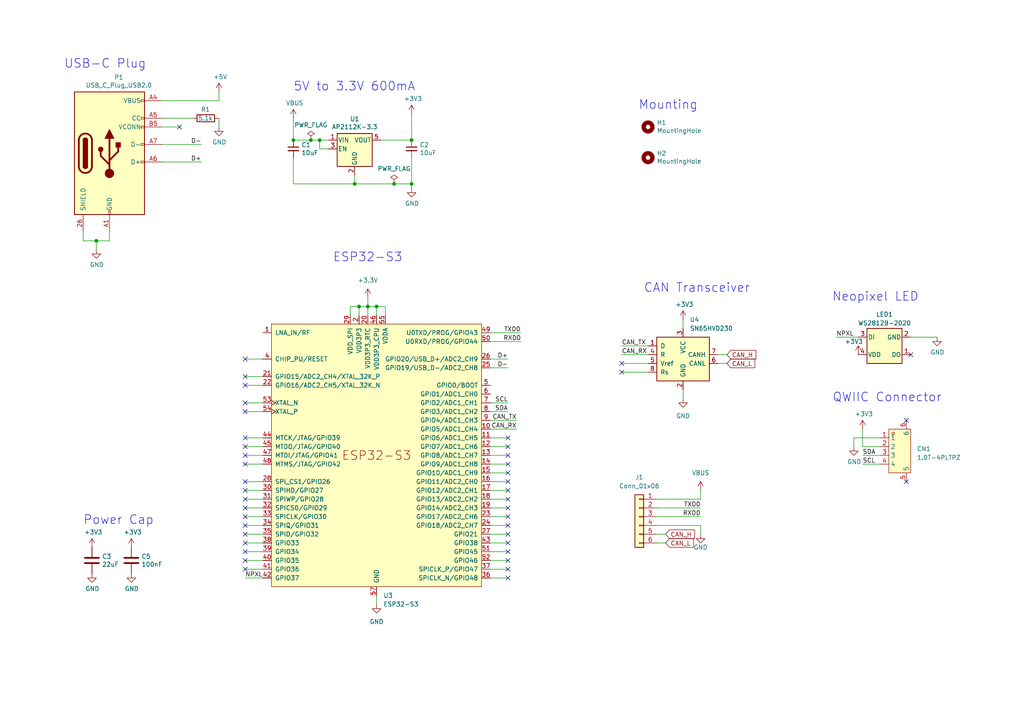
<source format=kicad_sch>
(kicad_sch (version 20230121) (generator eeschema)
  (paper "A4")
  (title_block (title "Expansion Card Template") (date "2020-12-12") (rev "X1") (company "Framework") (comment 1 "This work is licensed under a Creative Commons Attribution 4.0 International License") (comment 4 "https://frame.work"))
  (lib_symbols
    (symbol "Connector_Generic:Conn_01x06" (pin_names (offset 1.016) hide)
      (property "Reference" "J" (at 0 7.62 0))
      (property "Value" "Conn_01x06" (at 0 -10.16 0))
      (symbol "Conn_01x06_1_1"
        (rectangle (start -1.27 -7.493) (end 0 -7.747) (stroke (width 0.1524)))
        (rectangle (start -1.27 -4.953) (end 0 -5.207) (stroke (width 0.1524)))
        (rectangle (start -1.27 -2.413) (end 0 -2.667) (stroke (width 0.1524)))
        (rectangle (start -1.27 0.127) (end 0 -0.127) (stroke (width 0.1524)))
        (rectangle (start -1.27 2.667) (end 0 2.413) (stroke (width 0.1524)))
        (rectangle (start -1.27 5.207) (end 0 4.953) (stroke (width 0.1524)))
        (rectangle (start -1.27 6.35) (end 1.27 -8.89) (stroke (width 0.254)) (fill (type background)))
        (pin passive line (at -5.08 5.08 0) (length 3.81) (name "Pin_1") (number "1"))
        (pin passive line (at -5.08 2.54 0) (length 3.81) (name "Pin_2") (number "2"))
        (pin passive line (at -5.08 0 0) (length 3.81) (name "Pin_3") (number "3"))
        (pin passive line (at -5.08 -2.54 0) (length 3.81) (name "Pin_4") (number "4"))
        (pin passive line (at -5.08 -5.08 0) (length 3.81) (name "Pin_5") (number "5"))
        (pin passive line (at -5.08 -7.62 0) (length 3.81) (name "Pin_6") (number "6"))
      )
    )
    (symbol "Device:C" (pin_numbers hide) (pin_names (offset 0.254))
      (property "Reference" "C" (at 0.635 2.54 0))
      (property "Value" "C" (at 0.635 -2.54 0))
      (symbol "C_0_1"
        (polyline (pts (xy -2.032 -0.762) (xy 2.032 -0.762)) (stroke (width 0.508)))
        (polyline (pts (xy -2.032 0.762) (xy 2.032 0.762)) (stroke (width 0.508)))
      )
      (symbol "C_1_1"
        (pin passive line (at 0 3.81 270) (length 2.794) (name "~") (number "1"))
        (pin passive line (at 0 -3.81 90) (length 2.794) (name "~") (number "2"))
      )
    )
    (symbol "Device:C_Small" (pin_numbers hide) (pin_names (offset 0.254) hide)
      (property "Reference" "C" (at 0.254 1.778 0))
      (property "Value" "C_Small" (at 0.254 -2.032 0))
      (symbol "C_Small_0_1"
        (polyline (pts (xy -1.524 -0.508) (xy 1.524 -0.508)) (stroke (width 0.3302)))
        (polyline (pts (xy -1.524 0.508) (xy 1.524 0.508)) (stroke (width 0.3048)))
      )
      (symbol "C_Small_1_1"
        (pin passive line (at 0 2.54 270) (length 2.032) (name "~") (number "1"))
        (pin passive line (at 0 -2.54 90) (length 2.032) (name "~") (number "2"))
      )
    )
    (symbol "Device:R" (pin_numbers hide) (pin_names (offset 0))
      (property "Reference" "R" (at 2.032 0 90))
      (property "Value" "R" (at 0 0 90))
      (symbol "R_0_1"
        (rectangle (start -1.016 -2.54) (end 1.016 2.54) (stroke (width 0.254)))
      )
      (symbol "R_1_1"
        (pin passive line (at 0 3.81 270) (length 1.27) (name "~") (number "1"))
        (pin passive line (at 0 -3.81 90) (length 1.27) (name "~") (number "2"))
      )
    )
    (symbol "Espressif:ESP32-S3" (pin_names (offset 1.016))
      (property "Reference" "U" (at -30.48 43.18 0))
      (property "Value" "ESP32-S3" (at -30.48 40.64 0))
      (symbol "ESP32-S3_0_0"
        (text "ESP32-S3" (at 0 0 0) (effects (font (size 2.54 2.54))))
        (pin bidirectional line (at 33.02 -35.56 180) (length 2.54) (name "SPICLK_N/GPIO48") (number "36"))
        (pin bidirectional line (at 33.02 -33.02 180) (length 2.54) (name "SPICLK_P/GPIO47") (number "37"))
      )
      (symbol "ESP32-S3_0_1"
        (rectangle (start -30.48 38.1) (end 30.48 -38.1) (fill (type background)))
      )
      (symbol "ESP32-S3_1_1"
        (pin bidirectional line (at -33.02 35.56 0) (length 2.54) (name "LNA_IN/RF") (number "1"))
        (pin bidirectional line (at 33.02 7.62 180) (length 2.54) (name "GPIO5/ADC1_CH4") (number "10"))
        (pin bidirectional line (at 33.02 5.08 180) (length 2.54) (name "GPIO6/ADC1_CH5") (number "11"))
        (pin bidirectional line (at 33.02 2.54 180) (length 2.54) (name "GPIO7/ADC1_CH6") (number "12"))
        (pin bidirectional line (at 33.02 0 180) (length 2.54) (name "GPIO8/ADC1_CH7") (number "13"))
        (pin bidirectional line (at 33.02 -2.54 180) (length 2.54) (name "GPIO9/ADC1_CH8") (number "14"))
        (pin bidirectional line (at 33.02 -5.08 180) (length 2.54) (name "GPIO10/ADC1_CH9") (number "15"))
        (pin bidirectional line (at 33.02 -7.62 180) (length 2.54) (name "GPIO11/ADC2_CH0") (number "16"))
        (pin bidirectional line (at 33.02 -10.16 180) (length 2.54) (name "GPIO12/ADC2_CH1") (number "17"))
        (pin bidirectional line (at 33.02 -12.7 180) (length 2.54) (name "GPIO13/ADC2_CH2") (number "18"))
        (pin bidirectional line (at 33.02 -15.24 180) (length 2.54) (name "GPIO14/ADC2_CH3") (number "19"))
        (pin power_in line (at -5.08 40.64 270) (length 2.54) (name "VDD3P3") (number "2"))
        (pin power_in line (at -2.54 40.64 270) (length 2.54) (name "VDD3P3_RTC") (number "20"))
        (pin bidirectional line (at -33.02 22.86 0) (length 2.54) (name "GPIO15/ADC2_CH4/XTAL_32K_P") (number "21"))
        (pin bidirectional line (at -33.02 20.32 0) (length 2.54) (name "GPIO16/ADC2_CH5/XTAL_32K_N") (number "22"))
        (pin bidirectional line (at 33.02 -17.78 180) (length 2.54) (name "GPIO17/ADC2_CH6") (number "23"))
        (pin bidirectional line (at 33.02 -20.32 180) (length 2.54) (name "GPIO18/ADC2_CH7") (number "24"))
        (pin bidirectional line (at 33.02 25.4 180) (length 2.54) (name "GPIO19/USB_D-/ADC2_CH8") (number "25"))
        (pin bidirectional line (at 33.02 27.94 180) (length 2.54) (name "GPIO20/USB_D+/ADC2_CH9") (number "26"))
        (pin bidirectional line (at 33.02 -22.86 180) (length 2.54) (name "GPIO21") (number "27"))
        (pin bidirectional line (at -33.02 -7.62 0) (length 2.54) (name "SPI_CS1/GPIO26") (number "28"))
        (pin power_out line (at -7.62 40.64 270) (length 2.54) (name "VDD_SPI") (number "29"))
        (pin power_in line (at -5.08 40.64 270) (length 2.54) hide (name "VDD3P3") (number "3"))
        (pin bidirectional line (at -33.02 -10.16 0) (length 2.54) (name "SPIHD/GPIO27") (number "30"))
        (pin bidirectional line (at -33.02 -12.7 0) (length 2.54) (name "SPIWP/GPIO28") (number "31"))
        (pin bidirectional line (at -33.02 -15.24 0) (length 2.54) (name "SPICS0/GPIO29") (number "32"))
        (pin bidirectional line (at -33.02 -17.78 0) (length 2.54) (name "SPICLK/GPIO30") (number "33"))
        (pin bidirectional line (at -33.02 -20.32 0) (length 2.54) (name "SPIQ/GPIO31") (number "34"))
        (pin bidirectional line (at -33.02 -22.86 0) (length 2.54) (name "SPID/GPIO32") (number "35"))
        (pin bidirectional line (at -33.02 -25.4 0) (length 2.54) (name "GPIO33") (number "38"))
        (pin bidirectional line (at -33.02 -27.94 0) (length 2.54) (name "GPIO34") (number "39"))
        (pin input line (at -33.02 27.94 0) (length 2.54) (name "CHIP_PU/RESET") (number "4"))
        (pin bidirectional line (at -33.02 -30.48 0) (length 2.54) (name "GPIO35") (number "40"))
        (pin bidirectional line (at -33.02 -33.02 0) (length 2.54) (name "GPIO36") (number "41"))
        (pin bidirectional line (at -33.02 -35.56 0) (length 2.54) (name "GPIO37") (number "42"))
        (pin bidirectional line (at 33.02 -25.4 180) (length 2.54) (name "GPIO38") (number "43"))
        (pin bidirectional line (at -33.02 5.08 0) (length 2.54) (name "MTCK/JTAG/GPIO39") (number "44"))
        (pin bidirectional line (at -33.02 2.54 0) (length 2.54) (name "MTDO/JTAG/GPIO40") (number "45"))
        (pin power_in line (at 0 40.64 270) (length 2.54) (name "VDD3P3_CPU") (number "46"))
        (pin bidirectional line (at -33.02 0 0) (length 2.54) (name "MTDI/JTAG/GPIO41") (number "47"))
        (pin bidirectional line (at -33.02 -2.54 0) (length 2.54) (name "MTMS/JTAG/GPIO42") (number "48"))
        (pin bidirectional line (at 33.02 35.56 180) (length 2.54) (name "U0TXD/PROG/GPIO43") (number "49"))
        (pin bidirectional line (at 33.02 20.32 180) (length 2.54) (name "GPIO0/BOOT") (number "5"))
        (pin bidirectional line (at 33.02 33.02 180) (length 2.54) (name "U0RXD/PROG/GPIO44") (number "50"))
        (pin bidirectional line (at 33.02 -27.94 180) (length 2.54) (name "GPIO45") (number "51"))
        (pin bidirectional line (at 33.02 -30.48 180) (length 2.54) (name "GPIO46") (number "52"))
        (pin input clock (at -33.02 15.24 0) (length 2.54) (name "XTAL_N") (number "53"))
        (pin output clock (at -33.02 12.7 0) (length 2.54) (name "XTAL_P") (number "54"))
        (pin power_in line (at 2.54 40.64 270) (length 2.54) (name "VDDA") (number "55"))
        (pin passive line (at 2.54 40.64 270) (length 2.54) hide (name "VDDA") (number "56"))
        (pin power_in line (at 0 -40.64 90) (length 2.54) (name "GND") (number "57"))
        (pin bidirectional line (at 33.02 17.78 180) (length 2.54) (name "GPIO1/ADC1_CH0") (number "6"))
        (pin bidirectional line (at 33.02 15.24 180) (length 2.54) (name "GPIO2/ADC1_CH1") (number "7"))
        (pin bidirectional line (at 33.02 12.7 180) (length 2.54) (name "GPIO3/ADC1_CH2") (number "8"))
        (pin bidirectional line (at 33.02 10.16 180) (length 2.54) (name "GPIO4/ADC1_CH3") (number "9"))
      )
    )
    (symbol "Expansion_Card-rescue:+3.3V-power" (power) (pin_names (offset 0))
      (property "Value" "+3.3V-power" (at 0 3.556 0))
      (symbol "+3.3V-power_0_1"
        (polyline (pts (xy -0.762 1.27) (xy 0 2.54)))
        (polyline (pts (xy 0 0) (xy 0 2.54)))
        (polyline (pts (xy 0 2.54) (xy 0.762 1.27)))
      )
      (symbol "+3.3V-power_1_1"
        (pin power_in line (at 0 0 90) (length 0) hide (name "+3V3") (number "1"))
      )
    )
    (symbol "GND_1" (power) (pin_names (offset 0))
      (property "Value" "GND_1" (at 0 -3.81 0))
      (symbol "GND_1_0_1"
        (polyline (pts (xy 0 0) (xy 0 -1.27) (xy 1.27 -1.27) (xy 0 -2.54) (xy -1.27 -1.27) (xy 0 -1.27)))
      )
      (symbol "GND_1_1_1"
        (pin power_in line (at 0 0 270) (length 0) hide (name "GND") (number "1"))
      )
    )
    (symbol "GND_2" (power) (pin_names (offset 0))
      (property "Value" "GND_2" (at 0 -3.81 0))
      (symbol "GND_2_0_1"
        (polyline (pts (xy 0 0) (xy 0 -1.27) (xy 1.27 -1.27) (xy 0 -2.54) (xy -1.27 -1.27) (xy 0 -1.27)))
      )
      (symbol "GND_2_1_1"
        (pin power_in line (at 0 0 270) (length 0) hide (name "GND") (number "1"))
      )
    )
    (symbol "Interface_CAN_LIN:SN65HVD230" (pin_names (offset 1.016))
      (property "Reference" "U" (at -2.54 10.16 0))
      (property "Value" "SN65HVD230" (at -2.54 7.62 0))
      (symbol "SN65HVD230_0_1"
        (rectangle (start -7.62 5.08) (end 7.62 -7.62) (stroke (width 0.254)) (fill (type background)))
      )
      (symbol "SN65HVD230_1_1"
        (pin input line (at -10.16 2.54 0) (length 2.54) (name "D") (number "1"))
        (pin power_in line (at 0 -10.16 90) (length 2.54) (name "GND") (number "2"))
        (pin power_in line (at 0 7.62 270) (length 2.54) (name "VCC") (number "3"))
        (pin output line (at -10.16 0 0) (length 2.54) (name "R") (number "4"))
        (pin output line (at -10.16 -2.54 0) (length 2.54) (name "Vref") (number "5"))
        (pin bidirectional line (at 10.16 -2.54 180) (length 2.54) (name "CANL") (number "6"))
        (pin bidirectional line (at 10.16 0 180) (length 2.54) (name "CANH") (number "7"))
        (pin input line (at -10.16 -5.08 0) (length 2.54) (name "Rs") (number "8"))
      )
    )
    (symbol "Mechanical:MountingHole" (pin_names (offset 1.016))
      (property "Reference" "H" (at 0 5.08 0))
      (property "Value" "MountingHole" (at 0 3.175 0))
      (symbol "MountingHole_0_1"
        (circle (center 0 0) (radius 1.27) (stroke (width 1.27)))
      )
    )
    (symbol "Regulator_Linear:AP2112K-3.3" (pin_names (offset 0.254))
      (property "Reference" "U" (at -5.08 5.715 0))
      (property "Value" "AP2112K-3.3" (at 0 5.715 0))
      (symbol "AP2112K-3.3_0_1"
        (rectangle (start -5.08 4.445) (end 5.08 -5.08) (stroke (width 0.254)) (fill (type background)))
      )
      (symbol "AP2112K-3.3_1_1"
        (pin power_in line (at -7.62 2.54 0) (length 2.54) (name "VIN") (number "1"))
        (pin power_in line (at 0 -7.62 90) (length 2.54) (name "GND") (number "2"))
        (pin input line (at -7.62 0 0) (length 2.54) (name "EN") (number "3"))
        (pin no_connect line (at 5.08 0 180) (length 2.54) hide (name "NC") (number "4"))
        (pin power_out line (at 7.62 2.54 180) (length 2.54) (name "VOUT") (number "5"))
      )
    )
    (symbol "VBUS_1" (power) (pin_names (offset 0))
      (property "Value" "VBUS_1" (at 0 3.81 0))
      (symbol "VBUS_1_0_1"
        (polyline (pts (xy -0.762 1.27) (xy 0 2.54)))
        (polyline (pts (xy 0 0) (xy 0 2.54)))
        (polyline (pts (xy 0 2.54) (xy 0.762 1.27)))
      )
      (symbol "VBUS_1_1_1"
        (pin power_in line (at 0 0 90) (length 0) hide (name "VBUS") (number "1"))
      )
    )
    (symbol "_mykicadlib:QWIIC_1.0T-4PLTPZ"
      (property "Reference" "CN" (at 0 13.97 0))
      (property "Value" "1.0T-4PLTPZ" (at 0 -13.97 0))
      (symbol "QWIIC_1.0T-4PLTPZ_0_1"
        (rectangle (start -1.27 6.35) (end 5.08 -6.35) (fill (type background)))
        (circle (center 0 5.08) (radius 0.38))
        (pin unspecified line (at -3.81 3.81 0) (length 2.54) (name "1") (number "1"))
        (pin unspecified line (at -3.81 1.27 0) (length 2.54) (name "2") (number "2"))
        (pin unspecified line (at -3.81 -1.27 0) (length 2.54) (name "3") (number "3"))
        (pin unspecified line (at -3.81 -3.81 0) (length 2.54) (name "4") (number "4"))
        (pin unspecified line (at 3.81 -8.89 90) (length 2.54) (name "5") (number "5"))
        (pin unspecified line (at 3.81 8.89 270) (length 2.54) (name "6") (number "6"))
      )
    )
    (symbol "_mykicadlib:USB_C_Plug_USB2.0" (pin_names (offset 1.016))
      (property "Reference" "USB1" (at 3.2894 21.59 0))
      (property "Value" "TYPEC-951-ARP24" (at 3.2894 19.05 0))
      (symbol "USB_C_Plug_USB2.0_0_0"
        (rectangle (start -0.254 -17.78) (end 0.254 -16.764))
        (rectangle (start 10.16 -2.286) (end 9.144 -2.794))
        (rectangle (start 10.16 2.794) (end 9.144 2.286))
        (rectangle (start 10.16 7.874) (end 9.144 7.366))
        (rectangle (start 10.16 10.414) (end 9.144 9.906))
        (rectangle (start 10.16 15.494) (end 9.144 14.986))
      )
      (symbol "USB_C_Plug_USB2.0_0_1"
        (rectangle (start -10.16 17.78) (end 10.16 -17.78) (stroke (width 0.254)) (fill (type background)))
        (arc (start -8.89 -3.81) (mid -6.985 -5.7067) (end -5.08 -3.81) (stroke (width 0.508)))
        (arc (start -7.62 -3.81) (mid -6.985 -4.4423) (end -6.35 -3.81) (stroke (width 0.254)))
        (arc (start -7.62 -3.81) (mid -6.985 -4.4423) (end -6.35 -3.81) (stroke (width 0.254)) (fill (type outline)))
        (rectangle (start -7.62 -3.81) (end -6.35 3.81) (stroke (width 0.254)) (fill (type outline)))
        (arc (start -6.35 3.81) (mid -6.985 4.4423) (end -7.62 3.81) (stroke (width 0.254)))
        (arc (start -6.35 3.81) (mid -6.985 4.4423) (end -7.62 3.81) (stroke (width 0.254)) (fill (type outline)))
        (arc (start -5.08 3.81) (mid -6.985 5.7067) (end -8.89 3.81) (stroke (width 0.508)))
        (circle (center -2.54 1.143) (radius 0.635) (stroke (width 0.254)) (fill (type outline)))
        (circle (center 0 -5.842) (radius 1.27) (fill (type outline)))
        (polyline (pts (xy -8.89 -3.81) (xy -8.89 3.81)) (stroke (width 0.508)))
        (polyline (pts (xy -5.08 3.81) (xy -5.08 -3.81)) (stroke (width 0.508)))
        (polyline (pts (xy 0 -5.842) (xy 0 4.318)) (stroke (width 0.508)))
        (polyline (pts (xy 0 -3.302) (xy -2.54 -0.762) (xy -2.54 0.508)) (stroke (width 0.508)))
        (polyline (pts (xy 0 -2.032) (xy 2.54 0.508) (xy 2.54 1.778)) (stroke (width 0.508)))
        (polyline (pts (xy -1.27 4.318) (xy 0 6.858) (xy 1.27 4.318) (xy -1.27 4.318)) (stroke (width 0.254)) (fill (type outline)))
        (rectangle (start 1.905 1.778) (end 3.175 3.048) (stroke (width 0.254)) (fill (type outline)))
      )
      (symbol "USB_C_Plug_USB2.0_1_1"
        (pin passive line (at -7.62 -22.86 90) (length 5.08) hide (name "SHIELD") (number "25"))
        (pin passive line (at -7.62 -22.86 90) (length 5.08) (name "SHIELD") (number "26"))
        (pin passive line (at 0 -22.86 90) (length 5.08) (name "GND") (number "A1"))
        (pin passive line (at 0 -22.86 90) (length 5.08) hide (name "GND") (number "A12"))
        (pin passive line (at 15.24 15.24 180) (length 5.08) (name "VBUS") (number "A4"))
        (pin bidirectional line (at 15.24 10.16 180) (length 5.08) (name "CC") (number "A5"))
        (pin bidirectional line (at 15.24 -2.54 180) (length 5.08) (name "D+") (number "A6"))
        (pin bidirectional line (at 15.24 2.54 180) (length 5.08) (name "D-") (number "A7"))
        (pin passive line (at 15.24 15.24 180) (length 5.08) hide (name "VBUS") (number "A9"))
        (pin passive line (at 0 -22.86 90) (length 5.08) hide (name "GND") (number "B1"))
        (pin passive line (at 0 -22.86 90) (length 5.08) hide (name "GND") (number "B12"))
        (pin passive line (at 15.24 15.24 180) (length 5.08) hide (name "VBUS") (number "B4"))
        (pin bidirectional line (at 15.24 7.62 180) (length 5.08) (name "VCONN") (number "B5"))
        (pin passive line (at 15.24 15.24 180) (length 5.08) hide (name "VBUS") (number "B9"))
      )
    )
    (symbol "_mykicadlib:WS2812B-2020" (pin_names (offset 0.254))
      (property "Reference" "LED1" (at 0 8.89 0))
      (property "Value" "WS2812B-2020" (at 0 6.35 0))
      (symbol "WS2812B-2020_0_1"
        (rectangle (start 5.08 5.08) (end -5.08 -5.08) (stroke (width 0.254)) (fill (type background)))
      )
      (symbol "WS2812B-2020_1_1"
        (pin output line (at 7.62 -2.54 180) (length 2.54) (name "DO") (number "1"))
        (pin power_in line (at 7.62 2.54 180) (length 2.54) (name "GND") (number "2"))
        (pin input line (at -7.62 2.54 0) (length 2.54) (name "DI") (number "3"))
        (pin power_in line (at -7.62 -2.54 0) (length 2.54) (name "VDD") (number "4"))
      )
    )
    (symbol "power:+3.3V" (power) (pin_names (offset 0))
      (property "Value" "+3.3V" (at 0 3.556 0))
      (symbol "+3.3V_0_1"
        (polyline (pts (xy -0.762 1.27) (xy 0 2.54)))
        (polyline (pts (xy 0 0) (xy 0 2.54)))
        (polyline (pts (xy 0 2.54) (xy 0.762 1.27)))
      )
      (symbol "+3.3V_1_1"
        (pin power_in line (at 0 0 90) (length 0) hide (name "+3.3V") (number "1"))
      )
    )
    (symbol "power:+3V3" (power) (pin_names (offset 0))
      (property "Value" "+3V3" (at 0 3.556 0))
      (symbol "+3V3_0_1"
        (polyline (pts (xy -0.762 1.27) (xy 0 2.54)))
        (polyline (pts (xy 0 0) (xy 0 2.54)))
        (polyline (pts (xy 0 2.54) (xy 0.762 1.27)))
      )
      (symbol "+3V3_1_1"
        (pin power_in line (at 0 0 90) (length 0) hide (name "+3V3") (number "1"))
      )
    )
    (symbol "power:+5V" (power) (pin_names (offset 0))
      (property "Value" "+5V" (at 0 3.556 0))
      (symbol "+5V_0_1"
        (polyline (pts (xy -0.762 1.27) (xy 0 2.54)))
        (polyline (pts (xy 0 0) (xy 0 2.54)))
        (polyline (pts (xy 0 2.54) (xy 0.762 1.27)))
      )
      (symbol "+5V_1_1"
        (pin power_in line (at 0 0 90) (length 0) hide (name "+5V") (number "1"))
      )
    )
    (symbol "power:GND" (power) (pin_names (offset 0))
      (property "Value" "GND" (at 0 -3.81 0))
      (symbol "GND_0_1"
        (polyline (pts (xy 0 0) (xy 0 -1.27) (xy 1.27 -1.27) (xy 0 -2.54) (xy -1.27 -1.27) (xy 0 -1.27)))
      )
      (symbol "GND_1_1"
        (pin power_in line (at 0 0 270) (length 0) hide (name "GND") (number "1"))
      )
    )
    (symbol "power:PWR_FLAG" (power) (pin_numbers hide) (pin_names (offset 0) hide)
      (property "Value" "PWR_FLAG" (at 0 3.81 0))
      (symbol "PWR_FLAG_0_0"
        (pin power_out line (at 0 0 90) (length 0) (name "pwr") (number "1"))
      )
      (symbol "PWR_FLAG_0_1"
        (polyline (pts (xy 0 0) (xy 0 1.27) (xy -1.016 1.905) (xy 0 2.54) (xy 1.016 1.905) (xy 0 1.27)))
      )
    )
    (symbol "power:VBUS" (power) (pin_names (offset 0))
      (property "Value" "VBUS" (at 0 3.81 0))
      (symbol "VBUS_0_1"
        (polyline (pts (xy -0.762 1.27) (xy 0 2.54)))
        (polyline (pts (xy 0 0) (xy 0 2.54)))
        (polyline (pts (xy 0 2.54) (xy 0.762 1.27)))
      )
      (symbol "VBUS_1_1"
        (pin power_in line (at 0 0 90) (length 0) hide (name "VBUS") (number "1"))
      )
    )
  )
  (junction (at 119.38 40.64))
  (junction (at 109.22 88.9))
  (junction (at 90.17 40.64))
  (junction (at 102.87 53.34))
  (junction (at 119.38 53.34))
  (junction (at 92.71 40.64))
  (junction (at 104.14 88.9))
  (junction (at 114.3 53.34))
  (junction (at 27.94 69.85))
  (junction (at 85.09 40.64))
  (junction (at 106.68 88.9))
  (no_connect (at 262.89 121.92))
  (no_connect (at 147.32 129.54))
  (no_connect (at 71.12 134.62))
  (no_connect (at 147.32 144.78))
  (no_connect (at 147.32 132.08))
  (no_connect (at 147.32 162.56))
  (no_connect (at 71.12 119.38))
  (no_connect (at 71.12 157.48))
  (no_connect (at 147.32 142.24))
  (no_connect (at 147.32 149.86))
  (no_connect (at 71.12 127))
  (no_connect (at 180.34 107.95))
  (no_connect (at 71.12 154.94))
  (no_connect (at 71.12 132.08))
  (no_connect (at 71.12 116.84))
  (no_connect (at 71.12 147.32))
  (no_connect (at 71.12 142.24))
  (no_connect (at 147.32 157.48))
  (no_connect (at 71.12 162.56))
  (no_connect (at 71.12 144.78))
  (no_connect (at 147.32 152.4))
  (no_connect (at 147.32 154.94))
  (no_connect (at 147.32 134.62))
  (no_connect (at 147.32 147.32))
  (no_connect (at 262.89 139.7))
  (no_connect (at 71.12 139.7))
  (no_connect (at 147.32 160.02))
  (no_connect (at 147.32 167.64))
  (no_connect (at 147.32 139.7))
  (no_connect (at 71.12 149.86))
  (no_connect (at 71.12 109.22))
  (no_connect (at 180.34 105.41))
  (no_connect (at 147.32 137.16))
  (no_connect (at 71.12 129.54))
  (no_connect (at 71.12 104.14))
  (no_connect (at 264.16 102.87))
  (no_connect (at 71.12 111.76))
  (no_connect (at 71.12 160.02))
  (no_connect (at 52.07 36.83))
  (no_connect (at 147.32 127))
  (no_connect (at 147.32 165.1))
  (no_connect (at 71.12 152.4))
  (no_connect (at 71.12 165.1))
  (wire (pts (xy 250.19 129.54) (xy 255.27 129.54)))
  (wire (pts (xy 102.87 53.34) (xy 114.3 53.34)))
  (wire (pts (xy 46.99 41.91) (xy 58.42 41.91)))
  (wire (pts (xy 208.28 102.87) (xy 210.82 102.87)))
  (wire (pts (xy 71.12 116.84) (xy 76.2 116.84)))
  (wire (pts (xy 147.32 162.56) (xy 142.24 162.56)))
  (wire (pts (xy 147.32 116.84) (xy 142.24 116.84)))
  (wire (pts (xy 90.17 40.64) (xy 92.71 40.64)))
  (wire (pts (xy 85.09 40.64) (xy 90.17 40.64)))
  (wire (pts (xy 203.2 149.86) (xy 190.5 149.86)))
  (wire (pts (xy 114.3 53.34) (xy 119.38 53.34)))
  (wire (pts (xy 71.12 149.86) (xy 76.2 149.86)))
  (wire (pts (xy 142.24 106.68) (xy 147.32 106.68)))
  (wire (pts (xy 24.13 69.85) (xy 24.13 67.31)))
  (wire (pts (xy 106.68 86.36) (xy 106.68 88.9)))
  (wire (pts (xy 71.12 162.56) (xy 76.2 162.56)))
  (wire (pts (xy 119.38 53.34) (xy 119.38 54.61)))
  (wire (pts (xy 147.32 149.86) (xy 142.24 149.86)))
  (wire (pts (xy 109.22 88.9) (xy 109.22 91.44)))
  (wire (pts (xy 193.04 157.48) (xy 190.5 157.48)))
  (wire (pts (xy 46.99 34.29) (xy 55.88 34.29)))
  (wire (pts (xy 71.12 167.64) (xy 76.2 167.64)))
  (wire (pts (xy 147.32 147.32) (xy 142.24 147.32)))
  (wire (pts (xy 104.14 88.9) (xy 104.14 91.44)))
  (wire (pts (xy 147.32 160.02) (xy 142.24 160.02)))
  (wire (pts (xy 24.13 69.85) (xy 27.94 69.85)))
  (wire (pts (xy 147.32 144.78) (xy 142.24 144.78)))
  (wire (pts (xy 27.94 69.85) (xy 27.94 72.39)))
  (wire (pts (xy 31.75 69.85) (xy 31.75 67.31)))
  (wire (pts (xy 71.12 134.62) (xy 76.2 134.62)))
  (wire (pts (xy 147.32 152.4) (xy 142.24 152.4)))
  (wire (pts (xy 104.14 88.9) (xy 106.68 88.9)))
  (wire (pts (xy 147.32 129.54) (xy 142.24 129.54)))
  (wire (pts (xy 71.12 109.22) (xy 76.2 109.22)))
  (wire (pts (xy 111.76 88.9) (xy 111.76 91.44)))
  (wire (pts (xy 101.6 88.9) (xy 101.6 91.44)))
  (wire (pts (xy 198.12 92.71) (xy 198.12 95.25)))
  (wire (pts (xy 71.12 142.24) (xy 76.2 142.24)))
  (wire (pts (xy 147.32 127) (xy 142.24 127)))
  (wire (pts (xy 242.57 97.79) (xy 248.92 97.79)))
  (wire (pts (xy 92.71 43.18) (xy 92.71 40.64)))
  (wire (pts (xy 71.12 165.1) (xy 76.2 165.1)))
  (wire (pts (xy 247.65 127) (xy 247.65 129.54)))
  (wire (pts (xy 85.09 45.72) (xy 85.09 53.34)))
  (wire (pts (xy 85.09 53.34) (xy 102.87 53.34)))
  (wire (pts (xy 71.12 154.94) (xy 76.2 154.94)))
  (wire (pts (xy 149.86 124.46) (xy 142.24 124.46)))
  (wire (pts (xy 147.32 165.1) (xy 142.24 165.1)))
  (wire (pts (xy 203.2 144.78) (xy 190.5 144.78)))
  (wire (pts (xy 247.65 127) (xy 255.27 127)))
  (wire (pts (xy 71.12 147.32) (xy 76.2 147.32)))
  (wire (pts (xy 142.24 99.06) (xy 151.13 99.06)))
  (wire (pts (xy 147.32 137.16) (xy 142.24 137.16)))
  (wire (pts (xy 250.19 124.46) (xy 250.19 129.54)))
  (wire (pts (xy 71.12 144.78) (xy 76.2 144.78)))
  (wire (pts (xy 147.32 167.64) (xy 142.24 167.64)))
  (wire (pts (xy 46.99 46.99) (xy 58.42 46.99)))
  (wire (pts (xy 95.25 43.18) (xy 92.71 43.18)))
  (wire (pts (xy 180.34 102.87) (xy 187.96 102.87)))
  (wire (pts (xy 119.38 45.72) (xy 119.38 53.34)))
  (wire (pts (xy 142.24 96.52) (xy 151.003 96.52)))
  (wire (pts (xy 109.22 88.9) (xy 111.76 88.9)))
  (wire (pts (xy 208.28 105.41) (xy 210.82 105.41)))
  (wire (pts (xy 71.12 152.4) (xy 76.2 152.4)))
  (wire (pts (xy 109.22 172.72) (xy 109.22 175.26)))
  (wire (pts (xy 203.2 142.24) (xy 203.2 144.78)))
  (wire (pts (xy 264.16 97.79) (xy 271.78 97.79)))
  (wire (pts (xy 71.12 119.38) (xy 76.2 119.38)))
  (wire (pts (xy 85.09 34.29) (xy 85.09 40.64)))
  (wire (pts (xy 147.32 139.7) (xy 142.24 139.7)))
  (wire (pts (xy 71.12 104.14) (xy 76.2 104.14)))
  (wire (pts (xy 71.12 139.7) (xy 76.2 139.7)))
  (wire (pts (xy 104.14 88.9) (xy 101.6 88.9)))
  (wire (pts (xy 71.12 129.54) (xy 76.2 129.54)))
  (wire (pts (xy 71.12 132.08) (xy 76.2 132.08)))
  (wire (pts (xy 190.5 152.4) (xy 203.2 152.4)))
  (wire (pts (xy 250.19 134.62) (xy 255.27 134.62)))
  (wire (pts (xy 190.5 154.94) (xy 193.04 154.94)))
  (wire (pts (xy 147.32 134.62) (xy 142.24 134.62)))
  (wire (pts (xy 180.34 107.95) (xy 187.96 107.95)))
  (wire (pts (xy 106.68 88.9) (xy 106.68 91.44)))
  (wire (pts (xy 119.38 33.02) (xy 119.38 40.64)))
  (wire (pts (xy 52.07 36.83) (xy 46.99 36.83)))
  (wire (pts (xy 63.5 26.67) (xy 63.5 29.21)))
  (wire (pts (xy 106.68 88.9) (xy 109.22 88.9)))
  (wire (pts (xy 147.32 119.38) (xy 142.24 119.38)))
  (wire (pts (xy 92.71 40.64) (xy 95.25 40.64)))
  (wire (pts (xy 147.32 132.08) (xy 142.24 132.08)))
  (wire (pts (xy 147.32 142.24) (xy 142.24 142.24)))
  (wire (pts (xy 203.2 147.32) (xy 190.5 147.32)))
  (wire (pts (xy 149.86 121.92) (xy 142.24 121.92)))
  (wire (pts (xy 180.34 105.41) (xy 187.96 105.41)))
  (wire (pts (xy 110.49 40.64) (xy 119.38 40.64)))
  (wire (pts (xy 142.24 104.14) (xy 147.32 104.14)))
  (wire (pts (xy 71.12 127) (xy 76.2 127)))
  (wire (pts (xy 71.12 160.02) (xy 76.2 160.02)))
  (wire (pts (xy 102.87 50.8) (xy 102.87 53.34)))
  (wire (pts (xy 147.32 154.94) (xy 142.24 154.94)))
  (wire (pts (xy 71.12 157.48) (xy 76.2 157.48)))
  (wire (pts (xy 203.2 152.4) (xy 203.2 154.94)))
  (wire (pts (xy 27.94 69.85) (xy 31.75 69.85)))
  (wire (pts (xy 71.12 111.76) (xy 76.2 111.76)))
  (wire (pts (xy 46.99 29.21) (xy 63.5 29.21)))
  (wire (pts (xy 198.12 113.03) (xy 198.12 115.57)))
  (wire (pts (xy 250.19 132.08) (xy 255.27 132.08)))
  (wire (pts (xy 147.32 157.48) (xy 142.24 157.48)))
  (wire (pts (xy 180.34 100.33) (xy 187.96 100.33)))
  (wire (pts (xy 63.5 34.29) (xy 63.5 36.83)))
  (text "5V to 3.3V 600mA" (at 85.09 26.67 0) (effects (font (size 2.54 2.54)) (justify left bottom)))
  (text "Mounting" (at 185.166 32.004 0) (effects (font (size 2.54 2.54)) (justify left bottom)))
  (text "Neopixel LED" (at 241.3 87.63 0) (effects (font (size 2.54 2.54)) (justify left bottom)))
  (text "USB-C Plug" (at 18.542 20.066 0) (effects (font (size 2.54 2.54)) (justify left bottom)))
  (text "QWIIC Connector" (at 241.427 116.84 0) (effects (font (size 2.54 2.54)) (justify left bottom)))
  (text "ESP32-S3" (at 96.52 76.2 0) (effects (font (size 2.54 2.54)) (justify left bottom)))
  (text "Power Cap" (at 24.13 152.4 0) (effects (font (size 2.54 2.54)) (justify left bottom)))
  (text "CAN Transceiver" (at 186.69 85.09 0) (effects (font (size 2.54 2.54)) (justify left bottom)))
  (label "SDA" (at 250.19 132.08 0))
  (label "SCL" (at 250.19 134.62 0))
  (label "CAN_RX" (at 180.34 102.87 0))
  (label "TXD0" (at 151.003 96.52 180))
  (label "NPXL" (at 242.57 97.79 0))
  (label "NPXL" (at 71.12 167.64 0))
  (label "CAN_RX" (at 149.86 124.46 180))
  (label "RXD0" (at 203.2 149.86 180))
  (label "D+" (at 147.32 104.14 180))
  (label "SCL" (at 147.32 116.84 180))
  (label "D-" (at 58.42 41.91 180))
  (label "TXD0" (at 203.2 147.32 180))
  (label "RXD0" (at 151.13 99.06 180))
  (label "D+" (at 58.42 46.99 180))
  (label "SDA" (at 147.32 119.38 180))
  (label "CAN_TX" (at 149.86 121.92 180))
  (label "D-" (at 147.32 106.68 180))
  (label "CAN_TX" (at 180.34 100.33 0))
  (global_label "CAN_L" (shape input) (at 193.04 157.48 0) (property "Intersheetrefs" "${INTERSHEET_REFS}" (effects hide)))
  (global_label "CAN_H" (shape input) (at 210.82 102.87 0) (property "Intersheetrefs" "${INTERSHEET_REFS}" (effects hide)))
  (global_label "CAN_L" (shape input) (at 210.82 105.41 0) (property "Intersheetrefs" "${INTERSHEET_REFS}" (effects hide)))
  (global_label "CAN_H" (shape input) (at 193.04 154.94 0) (property "Intersheetrefs" "${INTERSHEET_REFS}" (effects hide)))
  (symbol (lib_id "_mykicadlib:USB_C_Plug_USB2.0") (at 31.75 44.45 0) (unit 1)
    (property "Reference" "P1" (at 34.4678 22.4282 0))
    (property "Value" "USB_C_Plug_USB2.0" (at 34.4678 24.7396 0))
    (property "Footprint" "_mykicadlib:USB-C-SMD_TYPEC-951-ARP24" (effects hide))
    (property "Datasheet" "https://datasheet.lcsc.com/lcsc/2108150030_XUNPU-TYPEC-951-ARP24_C2856663.pdf" (effects hide))
    (property "MPN" "C2856663" (effects hide))
    (property "alternative" "C530607" (effects hide))
  )
  (symbol (lib_id "Device:R") (at 59.69 34.29 90) (unit 1)
    (property "Reference" "R1" (at 60.96 31.75 90) (effects (justify left)))
    (property "Value" "5.1k" (at 61.722 34.29 90) (effects (justify left)))
    (property "Footprint" "Resistor_SMD:R_0402_1005Metric" (effects hide))
  )
  (symbol (lib_id "power:GND") (at 27.94 72.39 0) (unit 1)
    (property "Reference" "#PWR01" (effects hide))
    (property "Value" "GND" (at 28.067 76.7842 0))
  )
  (symbol (lib_id "power:GND") (at 63.5 36.83 0) (unit 1)
    (property "Reference" "#PWR03" (effects hide))
    (property "Value" "GND" (at 63.627 41.2242 0))
  )
  (symbol (lib_id "Mechanical:MountingHole") (at 187.96 36.83 0) (unit 1)
    (property "Reference" "H1" (at 190.5 35.5854 0) (effects (justify left)))
    (property "Value" "MountingHole" (at 190.5 37.8968 0) (effects (justify left)))
    (property "Footprint" "MountingHole:MountingHole_2.2mm_M2" (effects hide))
  )
  (symbol (lib_id "Mechanical:MountingHole") (at 187.96 45.72 0) (unit 1)
    (property "Reference" "H2" (at 190.5 44.4754 0) (effects (justify left)))
    (property "Value" "MountingHole" (at 190.5 46.7868 0) (effects (justify left)))
    (property "Footprint" "MountingHole:MountingHole_2.2mm_M2" (effects hide))
  )
  (symbol (lib_id "_mykicadlib:QWIIC_1.0T-4PLTPZ") (at 259.08 130.81 0) (unit 1)
    (property "Reference" "CN1" (at 265.938 130.175 0) (effects (justify left)))
    (property "Value" "1.0T-4PLTPZ" (at 265.938 132.715 0) (effects (justify left)))
    (property "Footprint" "_mykicadlib:FPC-SMD_4P-P1.00_1.0T-4PLTPZ" (effects hide))
    (property "MPN" "C2974722" (effects hide))
  )
  (symbol (lib_id "Expansion_Card-rescue:+3.3V-power") (at 198.12 92.71 0) (unit 1)
    (property "Reference" "#PWR027" (effects hide))
    (property "Value" "+3.3V" (at 198.501 88.3158 0))
  )
  (symbol (lib_id "Espressif:ESP32-S3") (at 109.22 132.08 0) (unit 1)
    (property "Reference" "U3" (at 111.1759 172.72 0) (effects (justify left)))
    (property "Value" "ESP32-S3" (at 111.1759 175.26 0) (effects (justify left)))
    (property "Footprint" "Espressif:ESP32-S3-MINI-1" (effects hide))
    (property "Datasheet" "https://www.espressif.com/sites/default/files/documentation/esp32-s3_datasheet_en.pdf" (effects hide))
  )
  (symbol (lib_id "Connector_Generic:Conn_01x06") (at 185.42 149.86 0) (mirror y) (unit 1)
    (property "Reference" "J1" (at 185.42 138.43 0))
    (property "Value" "Conn_01x06" (at 185.42 140.97 0))
  )
  (symbol (lib_id "power:GND") (at 203.2 154.94 0) (unit 1)
    (property "Reference" "#PWR023" (effects hide))
    (property "Value" "GND" (at 203.2 158.75 0))
  )
  (symbol (lib_id "Device:C") (at 38.1 162.56 0) (unit 1)
    (property "Reference" "C5" (at 41.021 161.3916 0) (effects (justify left)))
    (property "Value" "100nF" (at 41.021 163.703 0) (effects (justify left)))
    (property "Footprint" "Capacitor_SMD:C_0402_1005Metric" (effects hide))
  )
  (symbol (lib_id "power:+3V3") (at 26.67 158.75 0) (unit 1)
    (property "Reference" "#PWR014" (effects hide))
    (property "Value" "+3V3" (at 27.051 154.3558 0))
  )
  (symbol (lib_id "power:+5V") (at 63.5 26.67 0) (unit 1)
    (property "Reference" "#PWR02" (effects hide))
    (property "Value" "+5V" (at 63.881 22.2758 0))
  )
  (symbol (lib_id "power:+3V3") (at 248.92 102.87 0) (unit 1)
    (property "Reference" "#PWR021" (effects hide))
    (property "Value" "+3V3" (at 247.65 99.06 0))
  )
  (symbol (lib_id "power:PWR_FLAG") (at 114.3 53.34 0) (unit 1)
    (property "Reference" "#FLG02" (effects hide))
    (property "Value" "PWR_FLAG" (at 114.3 48.9458 0))
  )
  (symbol (lib_id "power:GND") (at 271.78 97.79 0) (unit 1)
    (property "Reference" "#PWR024" (effects hide))
    (property "Value" "GND" (at 271.907 102.1842 0))
  )
  (symbol (lib_id "Device:C") (at 26.67 162.56 0) (unit 1)
    (property "Reference" "C3" (at 29.591 161.3916 0) (effects (justify left)))
    (property "Value" "22uF" (at 29.591 163.703 0) (effects (justify left)))
    (property "Footprint" "Capacitor_SMD:C_0603_1608Metric" (effects hide))
  )
  (symbol (lib_name "VBUS_1") (lib_id "power:VBUS") (at 203.2 142.24 0) (unit 1)
    (property "Reference" "#PWR022" (effects hide))
    (property "Value" "VBUS" (at 203.2 137.16 0))
  )
  (symbol (lib_id "Regulator_Linear:AP2112K-3.3") (at 102.87 43.18 0) (unit 1)
    (property "Reference" "U1" (at 102.87 34.4932 0))
    (property "Value" "AP2112K-3.3" (at 102.87 36.8046 0))
    (property "Footprint" "Package_TO_SOT_SMD:SOT-23-5" (effects hide))
    (property "Datasheet" "https://www.diodes.com/assets/Datasheets/AP2112.pdf" (effects hide))
  )
  (symbol (lib_id "power:GND") (at 119.38 54.61 0) (unit 1)
    (property "Reference" "#PWR06" (effects hide))
    (property "Value" "GND" (at 119.507 59.0042 0))
  )
  (symbol (lib_id "power:+3V3") (at 38.1 158.75 0) (unit 1)
    (property "Reference" "#PWR017" (effects hide))
    (property "Value" "+3V3" (at 38.481 154.3558 0))
  )
  (symbol (lib_id "Interface_CAN_LIN:SN65HVD230") (at 198.12 102.87 0) (unit 1)
    (property "Reference" "U4" (at 200.0759 92.71 0) (effects (justify left)))
    (property "Value" "SN65HVD230" (at 200.0759 95.25 0) (effects (justify left)))
    (property "Footprint" "Package_SO:SOIC-8_3.9x4.9mm_P1.27mm" (effects hide))
    (property "Datasheet" "http://www.ti.com/lit/ds/symlink/sn65hvd230.pdf" (effects hide))
  )
  (symbol (lib_id "power:GND") (at 247.65 129.54 0) (unit 1)
    (property "Reference" "#PWR026" (effects hide))
    (property "Value" "GND" (at 247.777 133.9342 0))
  )
  (symbol (lib_id "Device:C_Small") (at 119.38 43.18 0) (unit 1)
    (property "Reference" "C2" (at 121.7168 42.0116 0) (effects (justify left)))
    (property "Value" "10uF" (at 121.7168 44.323 0) (effects (justify left)))
    (property "Footprint" "Capacitor_SMD:C_0201_0603Metric_Pad0.64x0.40mm_HandSolder" (effects hide))
  )
  (symbol (lib_name "GND_2") (lib_id "power:GND") (at 198.12 115.57 0) (unit 1)
    (property "Reference" "#PWR028" (effects hide))
    (property "Value" "GND" (at 198.12 120.65 0))
  )
  (symbol (lib_id "power:PWR_FLAG") (at 90.17 40.64 0) (unit 1)
    (property "Reference" "#FLG01" (effects hide))
    (property "Value" "PWR_FLAG" (at 90.17 36.2458 0))
  )
  (symbol (lib_id "Expansion_Card-rescue:+3.3V-power") (at 119.38 33.02 0) (unit 1)
    (property "Reference" "#PWR05" (effects hide))
    (property "Value" "+3.3V" (at 119.761 28.6258 0))
  )
  (symbol (lib_id "power:+3V3") (at 250.19 124.46 0) (unit 1)
    (property "Reference" "#PWR025" (effects hide))
    (property "Value" "+3V3" (at 250.571 120.0658 0))
  )
  (symbol (lib_id "_mykicadlib:WS2812B-2020") (at 256.54 100.33 0) (unit 1)
    (property "Reference" "LED1" (at 256.54 91.186 0))
    (property "Value" "WS2812B-2020" (at 256.54 93.726 0))
    (property "Footprint" "_mykicadlib:LED-SMD_4P-L2.0-W2.0-TL_WS2812B-2020" (effects hide))
    (property "Datasheet" "https://datasheet.lcsc.com/lcsc/2012110135_Worldsemi-WS2812B-2020_C965555.pdf" (effects hide))
    (property "Manufacturer" "worldsemi" (effects hide))
    (property "LCSC Part" "C965555" (effects hide))
    (property "JLC Part" "Extended Part" (effects hide))
    (property "LCSC#" "C965555" (effects hide))
    (property "Part#" "WS2812B-2020" (effects hide))
    (property "MPN" "C965555" (effects hide))
  )
  (symbol (lib_name "GND_1") (lib_id "power:GND") (at 109.22 175.26 0) (unit 1)
    (property "Reference" "#PWR08" (effects hide))
    (property "Value" "GND" (at 109.22 180.34 0))
  )
  (symbol (lib_id "Device:C_Small") (at 85.09 43.18 0) (unit 1)
    (property "Reference" "C1" (at 87.4268 42.0116 0) (effects (justify left)))
    (property "Value" "10uF" (at 87.4268 44.323 0) (effects (justify left)))
    (property "Footprint" "Capacitor_SMD:C_0201_0603Metric_Pad0.64x0.40mm_HandSolder" (effects hide))
  )
  (symbol (lib_id "power:GND") (at 26.67 166.37 0) (unit 1)
    (property "Reference" "#PWR015" (effects hide))
    (property "Value" "GND" (at 26.797 170.7642 0))
  )
  (symbol (lib_id "power:VBUS") (at 85.09 34.29 0) (unit 1)
    (property "Reference" "#PWR04" (effects hide))
    (property "Value" "VBUS" (at 85.471 29.8958 0))
  )
  (symbol (lib_id "power:+3.3V") (at 106.68 86.36 0) (unit 1)
    (property "Reference" "#PWR07" (effects hide))
    (property "Value" "+3.3V" (at 106.68 81.28 0))
  )
  (symbol (lib_id "power:GND") (at 38.1 166.37 0) (unit 1)
    (property "Reference" "#PWR018" (effects hide))
    (property "Value" "GND" (at 38.227 170.7642 0))
  )
)
</source>
